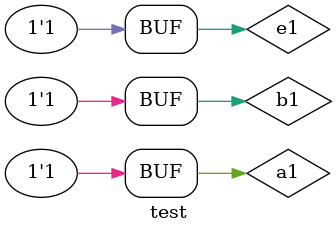
<source format=v>
module Decoder24(a,b,e,x,y,z,w);
        input a,b,e;
        output x,y,z,w;
        assign x=e&a&b;
        assign y=e&a&~b;
        assign z=e&~a&b;
        assign w=e&~a&~b;
endmodule
module test;
      reg a1,b1,e1;
      wire x1,y1,z1,w1;
      Decoder24 objct(a1,b1,e1,x1,y1,z1,w1);
      initial begin
        $dumpfile("dump1.vcd");
        $dumpvars(0,test);
         //$display(“  Inputs    |    Outputs ");
        $display("e\ta\tb\tx\ty\tz\tw");
        $monitor("%b\t%b\t%b\t%b\t%b\t%b\t%b",e1,a1,b1,x1,y1,z1,w1);
       e1=1;a1=0;b1=0;
       #10 e1=1;a1=1;b1=0;
       #10 e1=1;a1=0;b1=1; 
       #10 e1=1;a1=1;b1=1;
     end
endmodule



</source>
